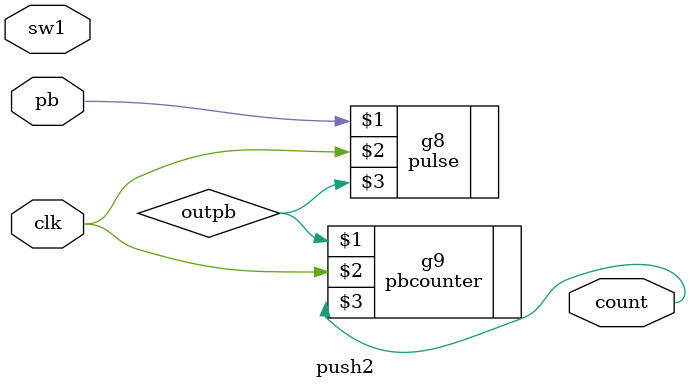
<source format=v>
`timescale 1ns / 1ps
module push2(input clk, pb,sw1,output count);//,output [6:0]s0,s1,output en0,en1
	 
	wire outpb;

	pulse g8(pb ,clk,outpb  );
	pbcounter g9(outpb,clk ,count );

	
	//seg7 g3(a1,en0,s0);
	//seg7 g4(b1,en1,s1);
endmodule

</source>
